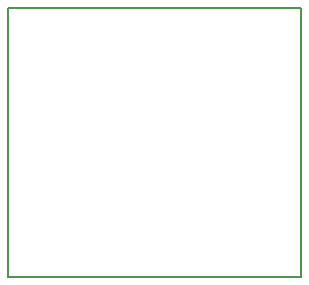
<source format=gbr>
G04 start of page 4 for group 2 idx 2 *
G04 Title: (unknown), outline *
G04 Creator: pcb 20110918 *
G04 CreationDate: Thu 09 Jun 2016 12:54:50 AM GMT UTC *
G04 For: railfan *
G04 Format: Gerber/RS-274X *
G04 PCB-Dimensions: 97614 89800 *
G04 PCB-Coordinate-Origin: lower left *
%MOIN*%
%FSLAX25Y25*%
%LNOUTLINE*%
%ADD17C,0.0060*%
G54D17*X0Y89800D02*Y0D01*
Y89800D02*X97614D01*
X0Y0D02*X97614D01*
Y89800D02*Y0D01*
M02*

</source>
